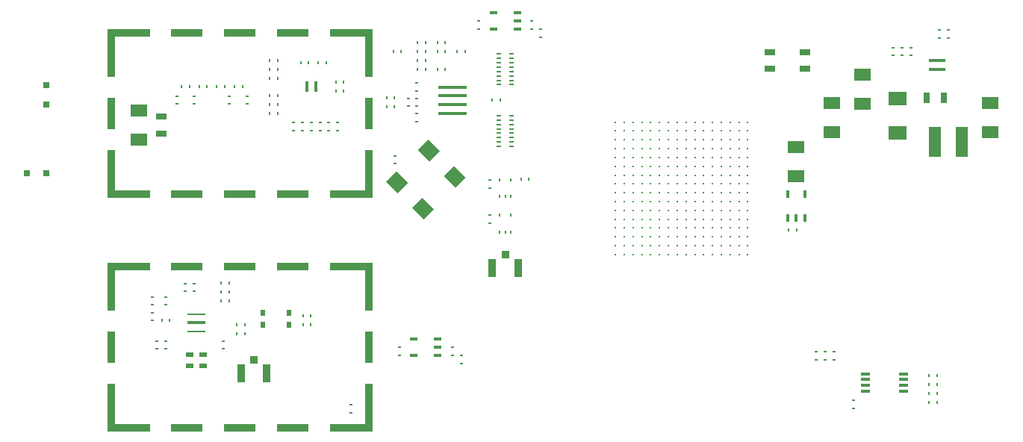
<source format=gtp>
G04 (created by PCBNEW (2013-mar-25)-stable) date Friday, July 17, 2015 01:34:24 PM*
%MOIN*%
G04 Gerber Fmt 3.4, Leading zero omitted, Abs format*
%FSLAX34Y34*%
G01*
G70*
G90*
G04 APERTURE LIST*
%ADD10C,0.006*%
%ADD11R,0.0490157X0.0290157*%
%ADD12R,0.00976378X0.0176378*%
%ADD13R,0.0727559X0.0530709*%
%ADD14R,0.0530709X0.135748*%
%ADD15R,0.0333858X0.0353543*%
%ADD16R,0.0353543X0.0806299*%
%ADD17R,0.0247244X0.0282677*%
%ADD18R,0.0349606X0.0247244*%
%ADD19R,0.0215748X0.00582677*%
%ADD20R,0.0215748X0.00385827*%
%ADD21R,0.00385827X0.0215748*%
%ADD22R,0.129843X0.0127165*%
%ADD23R,0.129843X0.0137008*%
%ADD24R,0.0176378X0.0353543*%
%ADD25R,0.0353543X0.0176378*%
%ADD26C,0.00976378*%
%ADD27R,0.00385827X0.0176378*%
%ADD28R,0.0727559X0.0156693*%
%ADD29R,0.0137008X0.00385827*%
%ADD30R,0.00385827X0.0137008*%
%ADD31R,0.0845669X0.0137008*%
%ADD32R,0.0845669X0.00976378*%
%ADD33R,0.0127165X0.0511024*%
%ADD34R,0.0290157X0.0490157*%
%ADD35R,0.0392913X0.0117323*%
%ADD36R,0.00976378X0.0137008*%
%ADD37R,0.0255118X0.0255118*%
%ADD38R,0.0806299X0.0609449*%
%ADD39R,0.0176378X0.00976378*%
%ADD40R,0.190079X0.0333858*%
%ADD41R,0.0333858X0.21252*%
%ADD42R,0.143622X0.0333858*%
%ADD43R,0.0333858X0.143622*%
G04 APERTURE END LIST*
G54D10*
G54D11*
X66535Y-32072D03*
X66535Y-31312D03*
G54D12*
X50118Y-32086D03*
X50472Y-32086D03*
X41161Y-43897D03*
X41515Y-43897D03*
G54D13*
X36811Y-35236D03*
X36811Y-33937D03*
G54D12*
X40472Y-41633D03*
X40826Y-41633D03*
G54D14*
X72332Y-35334D03*
X73533Y-35334D03*
G54D15*
X41929Y-45068D03*
G54D16*
X42509Y-45669D03*
X41348Y-45669D03*
G54D17*
X43509Y-42970D03*
X42316Y-42970D03*
X42316Y-43505D03*
X43509Y-43505D03*
G54D18*
X39064Y-45332D03*
X39675Y-45332D03*
X39675Y-44824D03*
X39064Y-44824D03*
G54D19*
X52854Y-34153D03*
X53444Y-34153D03*
X52854Y-34350D03*
X53444Y-34350D03*
X52854Y-34547D03*
X53444Y-34547D03*
X52854Y-34744D03*
X53444Y-34744D03*
X52854Y-34940D03*
X53444Y-34940D03*
X52854Y-35137D03*
X53444Y-35137D03*
X52854Y-35334D03*
X53444Y-35334D03*
X52854Y-35531D03*
X53444Y-35531D03*
X52854Y-31397D03*
X53444Y-31397D03*
X52854Y-31594D03*
X53444Y-31594D03*
X52854Y-31791D03*
X53444Y-31791D03*
X52854Y-31988D03*
X53444Y-31988D03*
X52854Y-32185D03*
X53444Y-32185D03*
X52854Y-32381D03*
X53444Y-32381D03*
X52854Y-32578D03*
X53444Y-32578D03*
X52854Y-32775D03*
X53444Y-32775D03*
G54D20*
X49842Y-32775D03*
X49842Y-32972D03*
X49842Y-33169D03*
X49842Y-33366D03*
X49842Y-33562D03*
X49842Y-33759D03*
X49842Y-33956D03*
X49842Y-34153D03*
G54D21*
X50098Y-34409D03*
X50295Y-34409D03*
X50492Y-34409D03*
X50688Y-34409D03*
X50885Y-34409D03*
X51082Y-34409D03*
X51279Y-34409D03*
X51476Y-34409D03*
G54D20*
X51732Y-34153D03*
X51732Y-33956D03*
X51732Y-33759D03*
X51732Y-33562D03*
X51732Y-33366D03*
X51732Y-33169D03*
X51732Y-32972D03*
X51732Y-32775D03*
G54D21*
X51476Y-32519D03*
X51279Y-32519D03*
X51082Y-32519D03*
X50885Y-32519D03*
X50688Y-32519D03*
X50492Y-32519D03*
X50295Y-32519D03*
X50098Y-32519D03*
G54D22*
X50787Y-34050D03*
G54D23*
X50787Y-33661D03*
X50787Y-33267D03*
G54D22*
X50787Y-32878D03*
G54D24*
X65767Y-38720D03*
X66141Y-38720D03*
X66515Y-38720D03*
X66515Y-37657D03*
X65767Y-37657D03*
G54D25*
X50137Y-44862D03*
X50137Y-44488D03*
X50137Y-44114D03*
X49074Y-44114D03*
X49074Y-44862D03*
X53681Y-30295D03*
X53681Y-29921D03*
X53681Y-29547D03*
X52618Y-29547D03*
X52618Y-30295D03*
G54D26*
X58070Y-40354D03*
X58070Y-39960D03*
X58070Y-39566D03*
X58070Y-39173D03*
X58070Y-38779D03*
X58070Y-38385D03*
X58070Y-37992D03*
X58070Y-37598D03*
X58070Y-37204D03*
X58070Y-36811D03*
X58070Y-36417D03*
X58070Y-36023D03*
X58070Y-35629D03*
X58070Y-35236D03*
X58070Y-34842D03*
X58070Y-34448D03*
X58464Y-40354D03*
X58464Y-39960D03*
X58464Y-39566D03*
X58464Y-39173D03*
X58464Y-38779D03*
X58464Y-38385D03*
X58464Y-37992D03*
X58464Y-37598D03*
X58464Y-37204D03*
X58464Y-36811D03*
X58464Y-36417D03*
X58464Y-36023D03*
X58464Y-35629D03*
X58464Y-35236D03*
X58464Y-34842D03*
X58464Y-34448D03*
X58858Y-40354D03*
X58858Y-39960D03*
X58858Y-39566D03*
X58858Y-39173D03*
X58858Y-38779D03*
X58858Y-38385D03*
X58858Y-37992D03*
X58858Y-37598D03*
X58858Y-37204D03*
X58858Y-36811D03*
X58858Y-36417D03*
X58858Y-36023D03*
X58858Y-35629D03*
X58858Y-35236D03*
X58858Y-34842D03*
X58858Y-34448D03*
X59251Y-40354D03*
X59251Y-39960D03*
X59251Y-39566D03*
X59251Y-39173D03*
X59251Y-38779D03*
X59251Y-38385D03*
X59251Y-37992D03*
X59251Y-37598D03*
X59251Y-37204D03*
X59251Y-36811D03*
X59251Y-36417D03*
X59251Y-36023D03*
X59251Y-35629D03*
X59251Y-35236D03*
X59251Y-34842D03*
X59251Y-34448D03*
X59645Y-40354D03*
X59645Y-39960D03*
X59645Y-39566D03*
X59645Y-39173D03*
X59645Y-38779D03*
X59645Y-38385D03*
X59645Y-37992D03*
X59645Y-37598D03*
X59645Y-37204D03*
X59645Y-36811D03*
X59645Y-36417D03*
X59645Y-36023D03*
X59645Y-35629D03*
X59645Y-35236D03*
X59645Y-34842D03*
X59645Y-34448D03*
X60039Y-40354D03*
X60039Y-39960D03*
X60039Y-39566D03*
X60039Y-39173D03*
X60039Y-38779D03*
X60039Y-38385D03*
X60039Y-37992D03*
X60039Y-37598D03*
X60039Y-37204D03*
X60039Y-36811D03*
X60039Y-36417D03*
X60039Y-36023D03*
X60039Y-35629D03*
X60039Y-35236D03*
X60039Y-34842D03*
X60039Y-34448D03*
X60433Y-40354D03*
X60433Y-39960D03*
X60433Y-39566D03*
X60433Y-39173D03*
X60433Y-38779D03*
X60433Y-38385D03*
X60433Y-37992D03*
X60433Y-37598D03*
X60433Y-37204D03*
X60433Y-36811D03*
X60433Y-36417D03*
X60433Y-36023D03*
X60433Y-35629D03*
X60433Y-35236D03*
X60433Y-34842D03*
X60433Y-34448D03*
X60826Y-40354D03*
X60826Y-39960D03*
X60826Y-39566D03*
X60826Y-39173D03*
X60826Y-38779D03*
X60826Y-38385D03*
X60826Y-37992D03*
X60826Y-37598D03*
X60826Y-37204D03*
X60826Y-36811D03*
X60826Y-36417D03*
X60826Y-36023D03*
X60826Y-35629D03*
X60826Y-35236D03*
X60826Y-34842D03*
X60826Y-34448D03*
X61220Y-40354D03*
X61220Y-39960D03*
X61220Y-39566D03*
X61220Y-39173D03*
X61220Y-38779D03*
X61220Y-38385D03*
X61220Y-37992D03*
X61220Y-37598D03*
X61220Y-37204D03*
X61220Y-36811D03*
X61220Y-36417D03*
X61220Y-36023D03*
X61220Y-35629D03*
X61220Y-35236D03*
X61220Y-34842D03*
X61220Y-34448D03*
X61614Y-40354D03*
X61614Y-39960D03*
X61614Y-39566D03*
X61614Y-39173D03*
X61614Y-38779D03*
X61614Y-38385D03*
X61614Y-37992D03*
X61614Y-37598D03*
X61614Y-37204D03*
X61614Y-36811D03*
X61614Y-36417D03*
X61614Y-36023D03*
X61614Y-35629D03*
X61614Y-35236D03*
X61614Y-34842D03*
X61614Y-34448D03*
X62007Y-40354D03*
X62007Y-39960D03*
X62007Y-39566D03*
X62007Y-39173D03*
X62007Y-38779D03*
X62007Y-38385D03*
X62007Y-37992D03*
X62007Y-37598D03*
X62007Y-37204D03*
X62007Y-36811D03*
X62007Y-36417D03*
X62007Y-36023D03*
X62007Y-35629D03*
X62007Y-35236D03*
X62007Y-34842D03*
X62007Y-34448D03*
X62401Y-40354D03*
X62401Y-39960D03*
X62401Y-39566D03*
X62401Y-39173D03*
X62401Y-38779D03*
X62401Y-38385D03*
X62401Y-37992D03*
X62401Y-37598D03*
X62401Y-37204D03*
X62401Y-36811D03*
X62401Y-36417D03*
X62401Y-36023D03*
X62401Y-35629D03*
X62401Y-35236D03*
X62401Y-34842D03*
X62401Y-34448D03*
X62795Y-40354D03*
X62795Y-39960D03*
X62795Y-39566D03*
X62795Y-39173D03*
X62795Y-38779D03*
X62795Y-38385D03*
X62795Y-37992D03*
X62795Y-37598D03*
X62795Y-37204D03*
X62795Y-36811D03*
X62795Y-36417D03*
X62795Y-36023D03*
X62795Y-35629D03*
X62795Y-35236D03*
X62795Y-34842D03*
X62795Y-34448D03*
X63188Y-40354D03*
X63188Y-39960D03*
X63188Y-39566D03*
X63188Y-39173D03*
X63188Y-38779D03*
X63188Y-38385D03*
X63188Y-37992D03*
X63188Y-37598D03*
X63188Y-37204D03*
X63188Y-36811D03*
X63188Y-36417D03*
X63188Y-36023D03*
X63188Y-35629D03*
X63188Y-35236D03*
X63188Y-34842D03*
X63188Y-34448D03*
X63582Y-40354D03*
X63582Y-39960D03*
X63582Y-39566D03*
X63582Y-39173D03*
X63582Y-38779D03*
X63582Y-38385D03*
X63582Y-37992D03*
X63582Y-37598D03*
X63582Y-37204D03*
X63582Y-36811D03*
X63582Y-36417D03*
X63582Y-36023D03*
X63582Y-35629D03*
X63582Y-35236D03*
X63582Y-34842D03*
X63582Y-34448D03*
X63976Y-40354D03*
X63976Y-39960D03*
X63976Y-39566D03*
X63976Y-39173D03*
X63976Y-38779D03*
X63976Y-38385D03*
X63976Y-37992D03*
X63976Y-37598D03*
X63976Y-37204D03*
X63976Y-36811D03*
X63976Y-36417D03*
X63976Y-36023D03*
X63976Y-35629D03*
X63976Y-35236D03*
X63976Y-34842D03*
X63976Y-34448D03*
G54D27*
X72047Y-31338D03*
X72244Y-31338D03*
X72440Y-31338D03*
X72637Y-31338D03*
X72834Y-31338D03*
X72637Y-32440D03*
X72834Y-32440D03*
X72440Y-32440D03*
X72244Y-32440D03*
X72047Y-32440D03*
G54D28*
X72440Y-31683D03*
X72440Y-32096D03*
G54D29*
X38641Y-42913D03*
X38641Y-43110D03*
X38641Y-43307D03*
X38641Y-43503D03*
X38641Y-43700D03*
X38641Y-43897D03*
G54D30*
X38877Y-44133D03*
X39074Y-44133D03*
X39271Y-44133D03*
X39468Y-44133D03*
X39665Y-44133D03*
X39862Y-44133D03*
G54D29*
X40098Y-43897D03*
X40098Y-43700D03*
X40098Y-43503D03*
X40098Y-43307D03*
X40098Y-43110D03*
X40098Y-42913D03*
G54D30*
X39862Y-42677D03*
X39665Y-42677D03*
X39468Y-42677D03*
X39271Y-42677D03*
X39074Y-42677D03*
X38877Y-42677D03*
G54D31*
X39370Y-43405D03*
G54D32*
X39370Y-43031D03*
X39370Y-43779D03*
G54D21*
X44192Y-33425D03*
X44389Y-33425D03*
X44586Y-33425D03*
X44783Y-33425D03*
G54D20*
X45039Y-33169D03*
X45039Y-32972D03*
X45039Y-32775D03*
X45039Y-32578D03*
G54D21*
X44783Y-32322D03*
X44586Y-32322D03*
X44389Y-32322D03*
X44192Y-32322D03*
G54D20*
X43937Y-32578D03*
X43937Y-32775D03*
X43937Y-32972D03*
X43937Y-33169D03*
G54D33*
X44296Y-32874D03*
X44680Y-32874D03*
G54D34*
X72722Y-33366D03*
X71962Y-33366D03*
G54D13*
X69094Y-32322D03*
X69094Y-33622D03*
X66141Y-36870D03*
X66141Y-35570D03*
X67716Y-34901D03*
X67716Y-33602D03*
X74803Y-34901D03*
X74803Y-33602D03*
G54D35*
X70935Y-46446D03*
X70935Y-46190D03*
X70935Y-45935D03*
X70935Y-45679D03*
X69222Y-45679D03*
X69222Y-45935D03*
X69222Y-46190D03*
X69222Y-46446D03*
G54D36*
X52893Y-37775D03*
X53149Y-37775D03*
X53405Y-37775D03*
X53405Y-37027D03*
X52893Y-37027D03*
G54D11*
X64960Y-31312D03*
X64960Y-32072D03*
X37795Y-34966D03*
X37795Y-34206D03*
G54D37*
X32677Y-32795D03*
X32677Y-33661D03*
G54D38*
X70669Y-34913D03*
X70669Y-33393D03*
G54D39*
X51181Y-44862D03*
X51181Y-45216D03*
X54724Y-30295D03*
X54724Y-30649D03*
G54D12*
X72066Y-46948D03*
X72421Y-46948D03*
X72066Y-45767D03*
X72421Y-45767D03*
X49586Y-30905D03*
X49232Y-30905D03*
X50472Y-30905D03*
X50118Y-30905D03*
X51358Y-31299D03*
X51003Y-31299D03*
X50118Y-31299D03*
X50472Y-31299D03*
G54D39*
X70472Y-31476D03*
X70472Y-31122D03*
G54D12*
X49586Y-31299D03*
X49232Y-31299D03*
X49586Y-31692D03*
X49232Y-31692D03*
G54D39*
X50787Y-44862D03*
X50787Y-44507D03*
X48425Y-44862D03*
X48425Y-44507D03*
X54330Y-30295D03*
X54330Y-29940D03*
X51968Y-30295D03*
X51968Y-29940D03*
X71259Y-31122D03*
X71259Y-31476D03*
X68700Y-47224D03*
X68700Y-46870D03*
X70866Y-31476D03*
X70866Y-31122D03*
X72539Y-30334D03*
X72539Y-30688D03*
G54D12*
X42992Y-34055D03*
X42637Y-34055D03*
X42637Y-31692D03*
X42992Y-31692D03*
X65807Y-39271D03*
X66161Y-39271D03*
X53858Y-37007D03*
X54212Y-37007D03*
X48503Y-31299D03*
X48149Y-31299D03*
G54D39*
X48818Y-33385D03*
X48818Y-33740D03*
G54D12*
X47854Y-33366D03*
X48208Y-33366D03*
X47854Y-33759D03*
X48208Y-33759D03*
G54D39*
X72933Y-30688D03*
X72933Y-30334D03*
X44881Y-34468D03*
X44881Y-34822D03*
G54D12*
X42637Y-32480D03*
X42992Y-32480D03*
X42637Y-33267D03*
X42992Y-33267D03*
G54D39*
X46259Y-47066D03*
X46259Y-47421D03*
G54D12*
X44114Y-43503D03*
X44468Y-43503D03*
G54D39*
X67027Y-44704D03*
X67027Y-45059D03*
X67814Y-44704D03*
X67814Y-45059D03*
X67421Y-44704D03*
X67421Y-45059D03*
G54D12*
X72421Y-46555D03*
X72066Y-46555D03*
X72421Y-46161D03*
X72066Y-46161D03*
G54D39*
X45275Y-34822D03*
X45275Y-34468D03*
G54D12*
X44803Y-31791D03*
X45157Y-31791D03*
X44370Y-31791D03*
X44015Y-31791D03*
G54D39*
X43700Y-34822D03*
X43700Y-34468D03*
X44094Y-34822D03*
X44094Y-34468D03*
X45669Y-34822D03*
X45669Y-34468D03*
X52460Y-37027D03*
X52460Y-37381D03*
G54D12*
X42637Y-32086D03*
X42992Y-32086D03*
X42637Y-33661D03*
X42992Y-33661D03*
X52578Y-33464D03*
X52933Y-33464D03*
G54D39*
X49212Y-34429D03*
X49212Y-34074D03*
G54D12*
X49232Y-32086D03*
X49586Y-32086D03*
G54D39*
X49212Y-33385D03*
X49212Y-33740D03*
G54D12*
X41161Y-43503D03*
X41515Y-43503D03*
G54D39*
X37992Y-42244D03*
X37992Y-42598D03*
X40551Y-44212D03*
X40551Y-44566D03*
X38877Y-41653D03*
X38877Y-42007D03*
X39271Y-41653D03*
X39271Y-42007D03*
X37992Y-44212D03*
X37992Y-44566D03*
G54D12*
X44114Y-43110D03*
X44468Y-43110D03*
X40472Y-42027D03*
X40826Y-42027D03*
X40472Y-42421D03*
X40826Y-42421D03*
X38700Y-32874D03*
X39055Y-32874D03*
X39488Y-32874D03*
X39842Y-32874D03*
X40275Y-32874D03*
X40629Y-32874D03*
X41062Y-32874D03*
X41417Y-32874D03*
G54D39*
X37401Y-43307D03*
X37401Y-42952D03*
X44488Y-34468D03*
X44488Y-34822D03*
G54D12*
X45590Y-33070D03*
X45944Y-33070D03*
X45590Y-32677D03*
X45944Y-32677D03*
G54D39*
X49212Y-32696D03*
X49212Y-33051D03*
X37598Y-44212D03*
X37598Y-44566D03*
X37401Y-42244D03*
X37401Y-42598D03*
X38484Y-33287D03*
X38484Y-33641D03*
X39271Y-33287D03*
X39271Y-33641D03*
X40846Y-33287D03*
X40846Y-33641D03*
X41633Y-33287D03*
X41633Y-33641D03*
G54D12*
X37814Y-43307D03*
X38169Y-43307D03*
G54D39*
X48228Y-36299D03*
X48228Y-35944D03*
G54D15*
X53149Y-40344D03*
G54D16*
X53730Y-40944D03*
X52568Y-40944D03*
G54D39*
X52460Y-38602D03*
X52460Y-38956D03*
G54D36*
X52893Y-39350D03*
X53149Y-39350D03*
X53405Y-39350D03*
X53405Y-38602D03*
X52893Y-38602D03*
G54D10*
G36*
X49970Y-38327D02*
X49511Y-38786D01*
X48997Y-38271D01*
X49455Y-37812D01*
X49970Y-38327D01*
X49970Y-38327D01*
G37*
G36*
X51384Y-36913D02*
X50925Y-37372D01*
X50411Y-36857D01*
X50870Y-36398D01*
X51384Y-36913D01*
X51384Y-36913D01*
G37*
G36*
X50215Y-35743D02*
X49756Y-36202D01*
X49242Y-35688D01*
X49700Y-35229D01*
X50215Y-35743D01*
X50215Y-35743D01*
G37*
G36*
X48801Y-37158D02*
X48342Y-37616D01*
X47827Y-37102D01*
X48286Y-36643D01*
X48801Y-37158D01*
X48801Y-37158D01*
G37*
G54D40*
X46263Y-37657D03*
G54D41*
X47047Y-36761D03*
G54D42*
X43669Y-37657D03*
X41307Y-37657D03*
X38944Y-37657D03*
G54D40*
X36350Y-37657D03*
G54D41*
X35566Y-36761D03*
G54D43*
X35566Y-34055D03*
G54D41*
X35566Y-31348D03*
G54D40*
X36350Y-30452D03*
G54D42*
X38944Y-30452D03*
X41307Y-30452D03*
G54D43*
X47047Y-34055D03*
G54D41*
X47047Y-31348D03*
G54D40*
X46263Y-30452D03*
G54D42*
X43669Y-30452D03*
G54D40*
X46263Y-48090D03*
G54D41*
X47047Y-47194D03*
G54D42*
X43669Y-48090D03*
X41307Y-48090D03*
X38944Y-48090D03*
G54D40*
X36350Y-48090D03*
G54D41*
X35566Y-47194D03*
G54D43*
X35566Y-44488D03*
G54D41*
X35566Y-41781D03*
G54D40*
X36350Y-40885D03*
G54D42*
X38944Y-40885D03*
X41307Y-40885D03*
G54D43*
X47047Y-44488D03*
G54D41*
X47047Y-41781D03*
G54D40*
X46263Y-40885D03*
G54D42*
X43669Y-40885D03*
G54D37*
X31811Y-36712D03*
X32677Y-36712D03*
M02*

</source>
